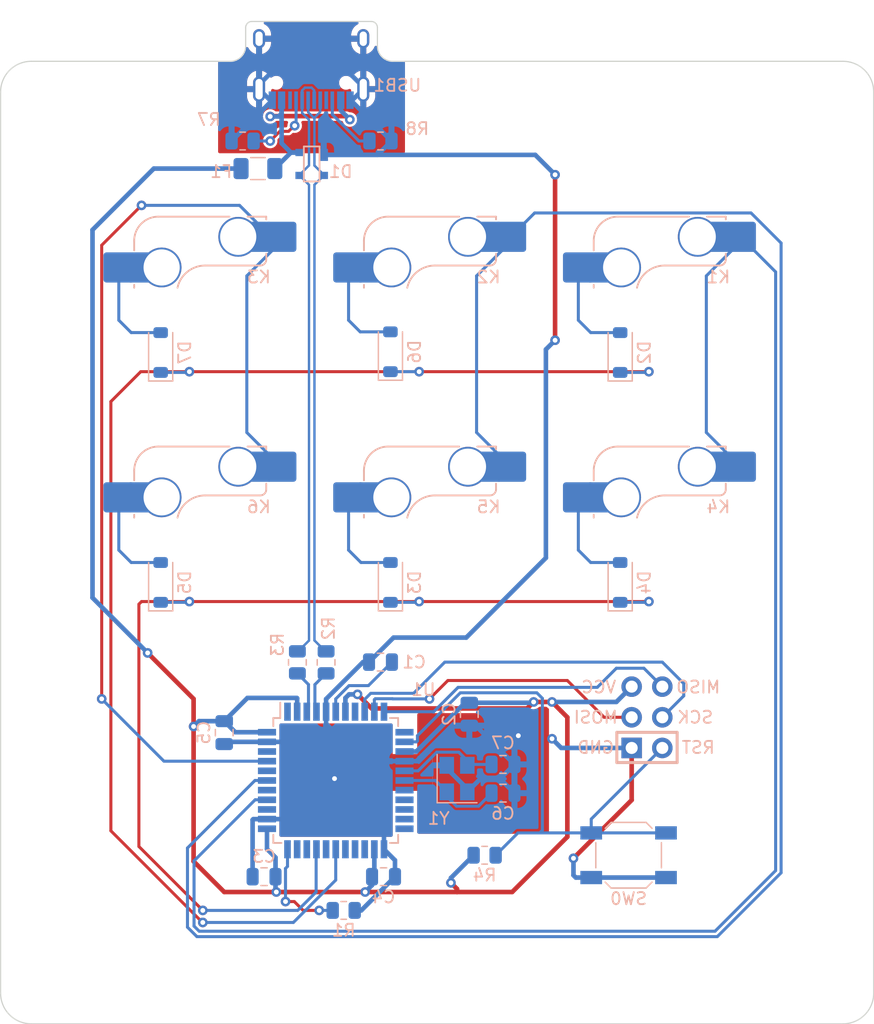
<source format=kicad_pcb>
(kicad_pcb (version 20221018) (generator pcbnew)
  (layers (0 "F.Cu" signal) (31 "B.Cu" signal) (34 "B.Paste" user) (35 "F.Paste" user) (36 "B.SilkS" user "B.Silkscreen") (37 "F.SilkS" user "F.Silkscreen") (38 "B.Mask" user) (39 "F.Mask" user) (44 "Edge.Cuts" user))
  (net 0 "")
  (net 1 "GND")
  (net 2 "Net-(U1-UCAP)")
  (net 3 "+5V")
  (net 4 "XTAL1")
  (net 5 "XTAL2")
  (net 6 "VCC")
  (net 7 "ROW0")
  (net 8 "Net-(D2-A)")
  (net 9 "ROW1")
  (net 10 "Net-(D3-A)")
  (net 11 "Net-(D4-A)")
  (net 12 "Net-(D5-A)")
  (net 13 "Net-(D6-A)")
  (net 14 "Net-(D7-A)")
  (net 15 "MISO")
  (net 16 "SCK")
  (net 17 "MOSI")
  (net 18 "RESET")
  (net 19 "Net-(U1-~{HWB}{slash}PE2)")
  (net 20 "D+")
  (net 21 "Net-(U1-D+)")
  (net 22 "D-")
  (net 23 "Net-(U1-D-)")
  (net 24 "Net-(USB1-CC1)")
  (net 25 "Net-(USB1-CC2)")
  (net 26 "COL0")
  (net 27 "COL1")
  (net 28 "COL2")
  (footprint "marbastlib-mx:SW_MX_HS_1u" (layer "B.Cu") (at 145.1775 97.0925 180)
    (fp_text reference "K5")
    (fp_text value "SW_Push")
  )
  (footprint "Diode_SMD:D_SOD-123" (layer "B.Cu") (at 122.2375 101.6 90)
    (fp_text reference "D5")
    (fp_text value "D")
  )
  (footprint "marbastlib-mx:SW_MX_HS_1u" (layer "B.Cu") (at 145.1775 78.0425 180)
    (fp_text reference "K2")
    (fp_text value "SW_Push")
  )
  (footprint "Diode_SMD:D_SOD-123" (layer "B.Cu") (at 160.3375 82.55 90)
    (fp_text reference "D2")
    (fp_text value "D")
  )
  (footprint "Diode_SMD:D_SOD-123" (layer "B.Cu") (at 141.2875 82.4875 90)
    (fp_text reference "D6")
    (fp_text value "D")
  )
  (footprint "Resistor_SMD:R_0805_2012Metric" (layer "B.Cu") (at 129.032 65.024 180)
    (fp_text reference "R7")
    (fp_text value "5.1k")
  )
  (footprint "marbastlib-mx:SW_MX_HS_1u" (layer "B.Cu") (at 126.1275 78.0425 180)
    (fp_text reference "K3")
    (fp_text value "SW_Push")
  )
  (footprint "Diode_SMD:D_SOD-123" (layer "B.Cu") (at 160.3375 101.6 90)
    (fp_text reference "D4")
    (fp_text value "D")
  )
  (footprint "random-keyboard-parts:Reset_Pretty-Mask" (layer "B.Cu") (at 162.56 112.776 180)
    (fp_text reference "J1")
    (fp_text value "AVR-ISP-6")
  )
  (footprint "Package_QFP:TQFP-44_10x10mm_P0.8mm" (layer "B.Cu") (at 136.7536 118.012337 -90)
    (fp_text reference "U1")
    (fp_text value "ATmega32U4-A")
  )
  (footprint "marbastlib-mx:SW_MX_HS_1u" (layer "B.Cu") (at 126.1275 97.0925 180)
    (fp_text reference "K6")
    (fp_text value "SW_Push")
  )
  (footprint "Button_Switch_SMD:SW_SPST_SKQG_WithStem" (layer "B.Cu") (at 161.036 124.206)
    (fp_text reference "SW0")
    (fp_text value "RESET")
  )
  (footprint "Resistor_SMD:R_0805_2012Metric" (layer "B.Cu") (at 149.098 124.206)
    (fp_text reference "R4")
    (fp_text value "10k")
  )
  (footprint "Type-C:HRO-TYPE-C-31-M-12" (layer "B.Cu") (at 134.716 53.948)
    (fp_text reference "USB1")
    (fp_text value "HRO-TYPE-C-31-M-12")
  )
  (footprint "Diode_SMD:D_SOD-123" (layer "B.Cu") (at 141.2875 101.6 90)
    (fp_text reference "D3")
    (fp_text value "D")
  )
  (footprint "Diode_SMD:D_SOD-123" (layer "B.Cu") (at 122.2375 82.55 90)
    (fp_text reference "D7")
    (fp_text value "D")
  )
  (footprint "Resistor_SMD:R_0805_2012Metric" (layer "B.Cu") (at 140.462 65.024)
    (fp_text reference "R8")
    (fp_text value "5.1k")
  )
  (footprint "Capacitor_SMD:C_0805_2012Metric" (layer "B.Cu") (at 147.828 112.522 -90)
    (fp_text reference "C2")
    (fp_text value "0.1u")
  )
  (footprint "Capacitor_SMD:C_0805_2012Metric" (layer "B.Cu") (at 140.462 108.204)
    (fp_text reference "C1")
    (fp_text value "1u")
  )
  (footprint "Resistor_SMD:R_0805_2012Metric" (layer "B.Cu") (at 137.414 128.778)
    (fp_text reference "R1")
    (fp_text value "10k")
  )
  (footprint "marbastlib-mx:SW_MX_HS_1u" (layer "B.Cu") (at 164.2275 97.0925 180)
    (fp_text reference "K4")
    (fp_text value "SW_Push")
  )
  (footprint "marbastlib-mx:SW_MX_HS_1u" (layer "B.Cu") (at 164.2275 78.0425 180)
    (fp_text reference "K1")
    (fp_text value "SW_Push")
  )
  (footprint "Capacitor_SMD:C_0805_2012Metric" (layer "B.Cu") (at 150.622 119.0625)
    (fp_text reference "C6")
    (fp_text value "22p")
  )
  (footprint "Capacitor_SMD:C_0805_2012Metric" (layer "B.Cu") (at 130.81 125.984 180)
    (fp_text reference "C3")
    (fp_text value "0.1u")
  )
  (footprint "Resistor_SMD:R_0805_2012Metric" (layer "B.Cu") (at 135.9538 108.224837 -90)
    (fp_text reference "R2")
    (fp_text value "22")
  )
  (footprint "random-keyboard-parts:SOT143B" (layer "B.Cu") (at 134.76 66.926587 180)
    (fp_text reference "D1")
    (fp_text value "PRTR5V0U2X")
  )
  (footprint "Capacitor_SMD:C_0805_2012Metric" (layer "B.Cu") (at 127.508 114.046 -90)
    (fp_text reference "C5")
    (fp_text value "10u")
  )
  (footprint "Fuse:Fuse_1206_3216Metric" (layer "B.Cu") (at 130.302 67.31 180)
    (fp_text reference "F1")
    (fp_text value "500m")
  )
  (footprint "Crystal:Crystal_SMD_3225-4Pin_3.2x2.5mm" (layer "B.Cu") (at 146.812 117.856 90)
    (fp_text reference "Y1")
    (fp_text value "XTAL")
  )
  (footprint "Capacitor_SMD:C_0805_2012Metric" (layer "B.Cu") (at 140.716 125.984)
    (fp_text reference "C4")
    (fp_text value "0.1u")
  )
  (footprint "Capacitor_SMD:C_0805_2012Metric" (layer "B.Cu") (at 150.622 116.68125)
    (fp_text reference "C7")
    (fp_text value "22p")
  )
  (footprint "Resistor_SMD:R_0805_2012Metric" (layer "B.Cu") (at 133.57255 108.224837 -90)
    (fp_text reference "R3")
    (fp_text value "22")
  )
  (gr_arc (start 141.478 58.42) (mid 140.579974 58.048026) (end 140.208 57.15) (stroke (width 0.1)) (layer "Edge.Cuts"))
  (gr_line (start 140.208 57.15) (end 140.208 55.626) (stroke (width 0.1)) (layer "Edge.Cuts"))
  (gr_line (start 139.7 55.118) (end 129.794 55.118) (stroke (width 0.1)) (layer "Edge.Cuts"))
  (gr_line (start 128.016 58.42) (end 111.506 58.42) (stroke (width 0.1)) (layer "Edge.Cuts"))
  (gr_line (start 181.356 135.636) (end 181.356 60.96) (stroke (width 0.1)) (layer "Edge.Cuts"))
  (gr_arc (start 108.966 60.96) (mid 109.709949 59.163949) (end 111.506 58.42) (stroke (width 0.1)) (layer "Edge.Cuts"))
  (gr_arc (start 181.356 135.636) (mid 180.612051 137.432051) (end 178.816 138.176) (stroke (width 0.1)) (layer "Edge.Cuts"))
  (gr_arc (start 129.286 57.15) (mid 128.914026 58.048026) (end 128.016 58.42) (stroke (width 0.1)) (layer "Edge.Cuts"))
  (gr_line (start 129.286 55.626) (end 129.286 57.15) (stroke (width 0.1)) (layer "Edge.Cuts"))
  (gr_line (start 108.966 60.96) (end 108.966 135.636) (stroke (width 0.1)) (layer "Edge.Cuts"))
  (gr_arc (start 178.816 58.42) (mid 180.612051 59.163949) (end 181.356 60.96) (stroke (width 0.1)) (layer "Edge.Cuts"))
  (gr_line (start 111.506 138.176) (end 178.816 138.176) (stroke (width 0.1)) (layer "Edge.Cuts"))
  (gr_arc (start 129.286 55.626) (mid 129.43479 55.26679) (end 129.794 55.118) (stroke (width 0.1)) (layer "Edge.Cuts"))
  (gr_line (start 178.816 58.42) (end 141.478 58.42) (stroke (width 0.1)) (layer "Edge.Cuts"))
  (gr_arc (start 139.7 55.118) (mid 140.05921 55.26679) (end 140.208 55.626) (stroke (width 0.1)) (layer "Edge.Cuts"))
  (gr_arc (start 111.506 138.176) (mid 109.709949 137.432051) (end 108.966 135.636) (stroke (width 0.1)) (layer "Edge.Cuts"))
  (segment (start 152.146 114.554) (end 151.892 114.3) (width 0.381) (layer "F.Cu") (net 1))
  (segment (start 154.686 114.554) (end 152.146 114.554) (width 0.381) (layer "F.Cu") (net 1))
  (segment (start 154.94 67.818) (end 154.94 81.534) (width 0.381) (layer "F.Cu") (net 1))
  (segment (start 161.29 119.634) (end 161.29 115.316) (width 0.381) (layer "F.Cu") (net 1))
  (segment (start 156.464 124.46) (end 161.29 119.634) (width 0.381) (layer "F.Cu") (net 1))
  (via (at 151.892 114.3) (size 0.8) (drill 0.4) (layers "F.Cu" "B.Cu") (net 1))
  (via (at 156.464 124.46) (size 0.8) (drill 0.4) (layers "F.Cu" "B.Cu") (net 1))
  (via (at 136.652 117.856) (size 0.8) (drill 0.4) (layers "F.Cu" "B.Cu") (net 1))
  (via (at 154.94 67.818) (size 0.8) (drill 0.4) (layers "F.Cu" "B.Cu") (net 1))
  (via (at 154.94 81.534) (size 0.8) (drill 0.4) (layers "F.Cu" "B.Cu") (net 1))
  (via (at 154.686 114.554) (size 0.8) (drill 0.4) (layers "F.Cu" "B.Cu") (net 1))
  (segment (start 137.941 61.643) (end 137.9935 61.643) (width 0.381) (layer "B.Cu") (net 1))
  (segment (start 141.478 62.738) (end 141.3745 62.8415) (width 0.381) (layer "B.Cu") (net 1))
  (segment (start 147.574 106.172) (end 141.544 106.172) (width 0.381) (layer "B.Cu") (net 1))
  (segment (start 145.962 117.006) (end 147.662 118.706) (width 0.381) (layer "B.Cu") (net 1))
  (segment (start 139.036 60.54542) (end 139.036 60.728) (width 0.381) (layer "B.Cu") (net 1))
  (segment (start 154.178 82.296) (end 154.178 99.568) (width 0.381) (layer "B.Cu") (net 1))
  (segment (start 157.936 126.056) (end 156.655 126.056) (width 0.381) (layer "B.Cu") (net 1))
  (segment (start 139.036 60.728) (end 139.214 60.728) (width 0.381) (layer "B.Cu") (net 1))
  (segment (start 135.9536 113.318337) (end 135.9536 112.312337) (width 0.381) (layer "B.Cu") (net 1))
  (segment (start 139.012 108.204) (end 135.9536 111.2624) (width 0.381) (layer "B.Cu") (net 1))
  (segment (start 153.298587 66.176587) (end 154.94 67.818) (width 0.381) (layer "B.Cu") (net 1))
  (segment (start 151.892 114.3) (end 149.86 114.3) (width 0.381) (layer "B.Cu") (net 1))
  (segment (start 141.3745 62.8415) (end 141.3745 65.024) (width 0.381) (layer "B.Cu") (net 1))
  (segment (start 155.448 115.316) (end 154.686 114.554) (width 0.381) (layer "B.Cu") (net 1))
  (segment (start 145.962 116.756) (end 145.962 117.006) (width 0.381) (layer "B.Cu") (net 1))
  (segment (start 137.4476 115.062) (end 137.4476 115.949337) (width 0.381) (layer "B.Cu") (net 1))
  (segment (start 143.4596 116.412337) (end 142.4536 116.412337) (width 0.381) (layer "B.Cu") (net 1))
  (segment (start 129.9226 121.212337) (end 131.0536 121.212337) (width 0.381) (layer "B.Cu") (net 1))
  (segment (start 139.036 60.728) (end 139.036 60.178) (width 0.381) (layer "B.Cu") (net 1))
  (segment (start 137.4476 114.812337) (end 131.0536 114.812337) (width 0.381) (layer "B.Cu") (net 1))
  (segment (start 139.512 108.204) (end 139.012 108.204) (width 0.381) (layer "B.Cu") (net 1))
  (segment (start 130.396 60.728) (end 130.396 60.358) (width 0.381) (layer "B.Cu") (net 1))
  (segment (start 141.666 124.624737) (end 140.7536 123.712337) (width 0.381) (layer "B.Cu") (net 1))
  (segment (start 154.94 81.534) (end 154.178 82.296) (width 0.381) (layer "B.Cu") (net 1))
  (segment (start 147.828 113.472) (end 148.36275 113.472) (width 0.381) (layer "B.Cu") (net 1))
  (segment (start 140.7536 122.581337) (end 140.7536 123.712337) (width 0.381) (layer "B.Cu") (net 1))
  (segment (start 131.491 61.643) (end 131.491 61.6525) (width 0.381) (layer "B.Cu") (net 1))
  (segment (start 137.9935 61.643) (end 141.3745 65.024) (width 0.381) (layer "B.Cu") (net 1))
  (segment (start 141.544 106.172) (end 139.512 108.204) (width 0.381) (layer "B.Cu") (net 1))
  (segment (start 142.4536 116.412337) (end 139.0476 116.412337) (width 0.381) (layer "B.Cu") (net 1))
  (segment (start 151.572 119.0625) (end 150.4565 117.947) (width 0.381) (layer "B.Cu") (net 1))
  (segment (start 146.399937 113.472) (end 143.4596 116.412337) (width 0.381) (layer "B.Cu") (net 1))
  (segment (start 138.121 61.643) (end 139.036 60.728) (width 0.381) (layer "B.Cu") (net 1))
  (segment (start 141.046 62.738) (end 141.478 62.738) (width 0.381) (layer "B.Cu") (net 1))
  (segment (start 127.691663 114.812337) (end 131.0536 114.812337) (width 0.381) (layer "B.Cu") (net 1))
  (segment (start 164.136 126.056) (end 157.936 126.056) (width 0.381) (layer "B.Cu") (net 1))
  (segment (start 138.872 128.778) (end 138.3265 128.778) (width 0.381) (layer "B.Cu") (net 1))
  (segment (start 137.4476 114.812337) (end 137.4476 115.062) (width 0.381) (layer "B.Cu") (net 1))
  (segment (start 130.396 60.358) (end 131.3215 59.4325) (width 0.381) (layer "B.Cu") (net 1))
  (segment (start 137.4476 115.949337) (end 132.1846 121.212337) (width 0.381) (layer "B.Cu") (net 1))
  (segment (start 131.491 61.643) (end 131.311 61.643) (width 0.381) (layer "B.Cu") (net 1))
  (segment (start 131.311 61.643) (end 130.396 60.728) (width 0.381) (layer "B.Cu") (net 1))
  (segment (start 128.016 63.108) (end 128.016 63.5) (width 0.381) (layer "B.Cu") (net 1))
  (segment (start 129.86 125.984) (end 129.86 121.274937) (width 0.381) (layer "B.Cu") (net 1))
  (segment (start 130.396 60.728) (end 130.576 60.728) (width 0.381) (layer "B.Cu") (net 1))
  (segment (start 139.0476 116.412337) (end 137.4476 114.812337) (width 0.381) (layer "B.Cu") (net 1))
  (segment (start 137.4476 119.275337) (end 140.7536 122.581337) (width 0.381) (layer "B.Cu") (net 1))
  (segment (start 135.9536 111.2624) (end 135.9536 112.312337) (width 0.381) (layer "B.Cu") (net 1))
  (segment (start 128.1195 63.6035) (end 128.1195 65.024) (width 0.381) (layer "B.Cu") (net 1))
  (segment (start 141.666 125.984) (end 138.872 128.778) (width 0.381) (layer "B.Cu") (net 1))
  (segment (start 137.4476 115.062) (end 137.4476 119.275337) (width 0.381) (layer "B.Cu") (net 1))
  (segment (start 140.221913 66.176587) (end 141.3745 65.024) (width 0.381) (layer "B.Cu") (net 1))
  (segment (start 127.508 114.996) (end 127.691663 114.812337) (width 0.381) (layer "B.Cu") (net 1))
  (segment (start 139.036 56.548) (end 130.396 56.548) (width 0.381) (layer "B.Cu") (net 1))
  (segment (start 150.30625 117.947) (end 148.671 117.947) (width 0.381) (layer "B.Cu") (net 1))
  (segment (start 137.92308 59.4325) (end 139.036 60.54542) (width 0.381) (layer "B.Cu") (net 1))
  (segment (start 150.4565 117.947) (end 150.30625 117.947) (width 0.381) (layer "B.Cu") (net 1))
  (segment (start 149.86 114.3) (end 149.525375 114.634625) (width 0.381) (layer "B.Cu") (net 1))
  (segment (start 149.525375 114.634625) (end 151.572 116.68125) (width 0.381) (layer "B.Cu") (net 1))
  (segment (start 135.76 66.176587) (end 140.221913 66.176587) (width 0.381) (layer "B.Cu") (net 1))
  (segment (start 139.0476 116.412337) (end 135.9536 113.318337) (width 0.381) (layer "B.Cu") (net 1))
  (segment (start 137.941 61.643) (end 138.121 61.643) (width 0.381) (layer "B.Cu") (net 1))
  (segment (start 130.396 56.548) (end 130.396 60.728) (width 0.381) (layer "B.Cu") (net 1))
  (segment (start 135.76 66.176587) (end 153.298587 66.176587) (width 0.381) (layer "B.Cu") (net 1))
  (segment (start 148.36275 113.472) (end 149.525375 114.634625) (width 0.381) (layer "B.Cu") (net 1))
  (segment (start 147.828 113.472) (end 146.399937 113.472) (width 0.381) (layer "B.Cu") (net 1))
  (segment (start 151.572 116.68125) (end 150.30625 117.947) (width 0.381) (layer "B.Cu") (net 1))
  (segment (start 154.178 99.568) (end 147.574 106.172) (width 0.381) (layer "B.Cu") (net 1))
  (segment (start 131.491 61.6525) (end 128.1195 65.024) (width 0.381) (layer "B.Cu") (net 1))
  (segment (start 128.016 63.5) (end 128.1195 63.6035) (width 0.381) (layer "B.Cu") (net 1))
  (segment (start 147.662 118.706) (end 147.662 118.956) (width 0.381) (layer "B.Cu") (net 1))
  (segment (start 156.655 126.056) (end 156.464 125.865) (width 0.381) (layer "B.Cu") (net 1))
  (segment (start 161.29 115.316) (end 155.448 115.316) (width 0.381) (layer "B.Cu") (net 1))
  (segment (start 156.464 125.865) (end 156.464 124.46) (width 0.381) (layer "B.Cu") (net 1))
  (segment (start 132.1846 121.212337) (end 131.0536 121.212337) (width 0.381) (layer "B.Cu") (net 1))
  (segment (start 131.3215 59.4325) (end 137.92308 59.4325) (width 0.381) (layer "B.Cu") (net 1))
  (segment (start 139.036 56.548) (end 139.036 60.728) (width 0.381) (layer "B.Cu") (net 1))
  (segment (start 141.666 125.984) (end 141.666 124.624737) (width 0.381) (layer "B.Cu") (net 1))
  (segment (start 148.671 117.947) (end 147.662 118.956) (width 0.381) (layer "B.Cu") (net 1))
  (segment (start 129.86 121.274937) (end 129.9226 121.212337) (width 0.381) (layer "B.Cu") (net 1))
  (segment (start 137.85444 110.15147) (end 136.7536 111.252309) (width 0.25) (layer "B.Cu") (net 2))
  (segment (start 136.7536 111.252309) (end 136.7536 112.312337) (width 0.25) (layer "B.Cu") (net 2))
  (segment (start 141.412 108.204) (end 139.46453 110.15147) (width 0.25) (layer "B.Cu") (net 2))
  (segment (start 139.46453 110.15147) (end 137.85444 110.15147) (width 0.25) (layer "B.Cu") (net 2))
  (segment (start 155.448 112.268) (end 154.686 111.506) (width 0.381) (layer "F.Cu") (net 3))
  (segment (start 155.956 122.682) (end 155.956 112.776) (width 0.381) (layer "F.Cu") (net 3))
  (segment (start 131.826 127.254) (end 139.192 127.254) (width 0.381) (layer "F.Cu") (net 3))
  (segment (start 139.725018 112.0425) (end 152.6255 112.0425) (width 0.381) (layer "F.Cu") (net 3))
  (segment (start 152.6255 112.0425) (end 153.162 111.506) (width 0.381) (layer "F.Cu") (net 3))
  (segment (start 124.968 124.714) (end 127.508 127.254) (width 0.381) (layer "F.Cu") (net 3))
  (segment (start 124.968 111.252) (end 124.968 113.538) (width 0.381) (layer "F.Cu") (net 3))
  (segment (start 146.812 127.254) (end 151.384 127.254) (width 0.381) (layer "F.Cu") (net 3))
  (segment (start 146.812 127) (end 146.304 126.492) (width 0.381) (layer "F.Cu") (net 3))
  (segment (start 139.192 127.254) (end 146.812 127.254) (width 0.381) (layer "F.Cu") (net 3))
  (segment (start 146.812 127.254) (end 146.812 127) (width 0.381) (layer "F.Cu") (net 3))
  (segment (start 155.956 112.776) (end 155.448 112.268) (width 0.381) (layer "F.Cu") (net 3))
  (segment (start 138.558988 110.87647) (end 139.725018 112.0425) (width 0.381) (layer "F.Cu") (net 3))
  (segment (start 121.158 107.442) (end 124.968 111.252) (width 0.381) (layer "F.Cu") (net 3))
  (segment (start 124.968 113.538) (end 124.968 124.714) (width 0.381) (layer "F.Cu") (net 3))
  (segment (start 127.508 127.254) (end 131.826 127.254) (width 0.381) (layer "F.Cu") (net 3))
  (segment (start 151.384 127.254) (end 155.956 122.682) (width 0.381) (layer "F.Cu") (net 3))
  (segment (start 154.686 111.506) (end 153.162 111.506) (width 0.381) (layer "F.Cu") (net 3))
  (via (at 139.192 127.254) (size 0.8) (drill 0.4) (layers "F.Cu" "B.Cu") (net 3))
  (via (at 153.162 111.506) (size 0.8) (drill 0.4) (layers "F.Cu" "B.Cu") (net 3))
  (via (at 154.686 111.506) (size 0.8) (drill 0.4) (layers "F.Cu" "B.Cu") (net 3))
  (via (at 138.558988 110.87647) (size 0.8) (drill 0.4) (layers "F.Cu" "B.Cu") (net 3))
  (via (at 124.968 113.538) (size 0.8) (drill 0.4) (layers "F.Cu" "B.Cu") (net 3))
  (via (at 121.158 107.442) (size 0.8) (drill 0.4) (layers "F.Cu" "B.Cu") (net 3))
  (via (at 146.304 126.492) (size 0.8) (drill 0.4) (layers "F.Cu" "B.Cu") (net 3))
  (via (at 131.826 127.254) (size 0.8) (drill 0.4) (layers "F.Cu" "B.Cu") (net 3))
  (segment (start 131.0536 122.012337) (end 131.0536 123.6876) (width 0.381) (layer "B.Cu") (net 3))
  (segment (start 133.5536 111.2016) (end 133.5536 112.312337) (width 0.381) (layer "B.Cu") (net 3))
  (segment (start 127.508 113.096) (end 125.41 113.096) (width 0.381) (layer "B.Cu") (net 3))
  (segment (start 161.29 110.236) (end 160.02 111.506) (width 0.381) (layer "B.Cu") (net 3))
  (segment (start 131.0536 114.012337) (end 128.424337 114.012337) (width 0.381) (layer "B.Cu") (net 3))
  (segment (start 143.437942 115.612337) (end 142.4536 115.612337) (width 0.381) (layer "B.Cu") (net 3))
  (segment (start 131.76 125.984) (end 131.76 127.188) (width 0.381) (layer "B.Cu") (net 3))
  (segment (start 131.76 127.188) (end 131.826 127.254) (width 0.381) (layer "B.Cu") (net 3))
  (segment (start 137.5536 111.181337) (end 137.858467 110.87647) (width 0.381) (layer "B.Cu") (net 3))
  (segment (start 139.766 125.984) (end 139.766 126.68) (width 0.381) (layer "B.Cu") (net 3))
  (segment (start 147.828 111.572) (end 147.478279 111.572) (width 0.381) (layer "B.Cu") (net 3))
  (segment (start 125.41 113.096) (end 124.968 113.538) (width 0.381) (layer "B.Cu") (net 3))
  (segment (start 131.0536 123.6876) (end 131.76 124.394) (width 0.381) (layer "B.Cu") (net 3))
  (segment (start 146.304 126.0875) (end 148.1855 124.206) (width 0.381) (layer "B.Cu") (net 3))
  (segment (start 129.432163 111.171837) (end 133.523837 111.171837) (width 0.381) (layer "B.Cu") (net 3))
  (segment (start 137.5536 112.312337) (end 137.5536 111.181337) (width 0.381) (layer "B.Cu") (net 3))
  (segment (start 139.766 126.68) (end 139.192 127.254) (width 0.381) (layer "B.Cu") (net 3))
  (segment (start 116.586 102.87) (end 119.888 106.172) (width 0.381) (layer "B.Cu") (net 3))
  (segment (start 121.666 67.31) (end 116.586 72.39) (width 0.381) (layer "B.Cu") (net 3))
  (segment (start 116.586 72.39) (end 116.586 102.87) (width 0.381) (layer "B.Cu") (net 3))
  (segment (start 146.304 126.492) (end 146.304 126.0875) (width 0.381) (layer "B.Cu") (net 3))
  (segment (start 153.162 111.506) (end 153.096 111.572) (width 0.381) (layer "B.Cu") (net 3))
  (segment (start 139.766 125.984) (end 139.9536 125.7964) (width 0.381) (layer "B.Cu") (net 3))
  (segment (start 131.76 124.394) (end 131.76 125.984) (width 0.381) (layer "B.Cu") (net 3))
  (segment (start 128.902 67.31) (end 121.666 67.31) (width 0.381) (layer "B.Cu") (net 3))
  (segment (start 119.888 106.172) (end 121.158 107.442) (width 0.381) (layer "B.Cu") (net 3))
  (segment (start 137.858467 110.87647) (end 138.558988 110.87647) (width 0.381) (layer "B.Cu") (net 3))
  (segment (start 139.9536 125.7964) (end 139.9536 123.712337) (width 0.381) (layer "B.Cu") (net 3))
  (segment (start 147.478279 111.572) (end 143.437942 115.612337) (width 0.381) (layer "B.Cu") (net 3))
  (segment (start 128.424337 114.012337) (end 127.508 113.096) (width 0.381) (layer "B.Cu") (net 3))
  (segment (start 133.523837 111.171837) (end 133.5536 111.2016) (width 0.381) (layer "B.Cu") (net 3))
  (segment (start 153.096 111.572) (end 147.828 111.572) (width 0.381) (layer "B.Cu") (net 3))
  (segment (start 127.508 113.096) (end 129.432163 111.171837) (width 0.381) (layer "B.Cu") (net 3))
  (segment (start 160.02 111.506) (end 154.686 111.506) (width 0.381) (layer "B.Cu") (net 3))
  (segment (start 146.767 120.142) (end 148.5925 120.142) (width 0.25) (layer "B.Cu") (net 4))
  (segment (start 142.4536 118.012337) (end 145.018337 118.012337) (width 0.25) (layer "B.Cu") (net 4))
  (segment (start 145.962 118.956) (end 145.962 119.337) (width 0.25) (layer "B.Cu") (net 4))
  (segment (start 145.962 119.337) (end 146.767 120.142) (width 0.25) (layer "B.Cu") (net 4))
  (segment (start 145.018337 118.012337) (end 145.962 118.956) (width 0.25) (layer "B.Cu") (net 4))
  (segment (start 148.5925 120.142) (end 149.672 119.0625) (width 0.25) (layer "B.Cu") (net 4))
  (segment (start 147.662 116.375) (end 146.9525 115.6655) (width 0.25) (layer "B.Cu") (net 5))
  (segment (start 149.672 116.68125) (end 147.73675 116.68125) (width 0.25) (layer "B.Cu") (net 5))
  (segment (start 147.662 116.756) (end 147.662 116.375) (width 0.25) (layer "B.Cu") (net 5))
  (segment (start 146.9525 115.6655) (end 145.131437 115.6655) (width 0.25) (layer "B.Cu") (net 5))
  (segment (start 143.5846 117.212337) (end 142.4536 117.212337) (width 0.25) (layer "B.Cu") (net 5))
  (segment (start 147.73675 116.68125) (end 147.662 116.756) (width 0.25) (layer "B.Cu") (net 5))
  (segment (start 145.131437 115.6655) (end 143.5846 117.212337) (width 0.25) (layer "B.Cu") (net 5))
  (segment (start 137.6395 62.9635) (end 131.3465 62.9635) (width 0.381) (layer "F.Cu") (net 6))
  (segment (start 137.922 63.246) (end 137.6395 62.9635) (width 0.381) (layer "F.Cu") (net 6))
  (segment (start 131.3465 62.9635) (end 131.318 62.992) (width 0.381) (layer "F.Cu") (net 6))
  (via (at 137.922 63.246) (size 0.8) (drill 0.4) (layers "F.Cu" "B.Cu") (net 6))
  (via (at 131.318 62.992) (size 0.8) (drill 0.4) (layers "F.Cu" "B.Cu") (net 6))
  (segment (start 137.166 61.643) (end 137.166 62.49) (width 0.381) (layer "B.Cu") (net 6))
  (segment (start 132.023 62.992) (end 132.266 62.749) (width 0.381) (layer "B.Cu") (net 6))
  (segment (start 132.266 62.749) (end 132.266 61.643) (width 0.381) (layer "B.Cu") (net 6))
  (segment (start 133.76 65.976587) (end 133.032587 65.976587) (width 0.381) (layer "B.Cu") (net 6))
  (segment (start 131.318 62.992) (end 132.023 62.992) (width 0.381) (layer "B.Cu") (net 6))
  (segment (start 133.76 65.976587) (end 133.035413 65.976587) (width 0.381) (layer "B.Cu") (net 6))
  (segment (start 133.032587 65.976587) (end 132.266 65.21) (width 0.381) (layer "B.Cu") (net 6))
  (segment (start 132.266 65.21) (end 132.266 61.643) (width 0.381) (layer "B.Cu") (net 6))
  (segment (start 133.035413 65.976587) (end 131.702 67.31) (width 0.381) (layer "B.Cu") (net 6))
  (segment (start 137.166 62.49) (end 137.922 63.246) (width 0.381) (layer "B.Cu") (net 6))
  (segment (start 125.704198 129.777503) (end 125.73 129.777503) (width 0.25) (layer "F.Cu") (net 7))
  (segment (start 118.11 122.183305) (end 125.704198 129.777503) (width 0.25) (layer "F.Cu") (net 7))
  (segment (start 121.44375 84.1375) (end 120.5865 84.1375) (width 0.25) (layer "F.Cu") (net 7))
  (segment (start 162.71875 84.1375) (end 143.66875 84.1375) (width 0.25) (layer "F.Cu") (net 7))
  (segment (start 143.66875 84.1375) (end 124.61875 84.1375) (width 0.25) (layer "F.Cu") (net 7))
  (segment (start 124.61875 84.1375) (end 121.44375 84.1375) (width 0.25) (layer "F.Cu") (net 7))
  (segment (start 118.11 86.614) (end 118.11 122.183305) (width 0.25) (layer "F.Cu") (net 7))
  (segment (start 120.5865 84.1375) (end 118.11 86.614) (width 0.25) (layer "F.Cu") (net 7))
  (via (at 125.73 129.777503) (size 0.8) (drill 0.4) (layers "F.Cu" "B.Cu") (net 7))
  (via (at 124.61875 84.1375) (size 0.8) (drill 0.4) (layers "F.Cu" "B.Cu") (net 7))
  (via (at 162.71875 84.1375) (size 0.8) (drill 0.4) (layers "F.Cu" "B.Cu") (net 7))
  (via (at 143.66875 84.1375) (size 0.8) (drill 0.4) (layers "F.Cu" "B.Cu") (net 7))
  (segment (start 124.55625 84.2) (end 124.61875 84.1375) (width 0.25) (layer "B.Cu") (net 7))
  (segment (start 160.3375 84.2) (end 162.65625 84.2) (width 0.25) (layer "B.Cu") (net 7))
  (segment (start 162.65625 84.2) (end 162.71875 84.1375) (width 0.25) (layer "B.Cu") (net 7))
  (segment (start 136.7536 126.264796) (end 136.7536 123.712337) (width 0.25) (layer "B.Cu") (net 7))
  (segment (start 122.2375 84.2) (end 124.55625 84.2) (width 0.25) (layer "B.Cu") (net 7))
  (segment (start 141.2875 84.1375) (end 143.66875 84.1375) (width 0.25) (layer "B.Cu") (net 7))
  (segment (start 125.73 129.777503) (end 133.240893 129.777503) (width 0.25) (layer "B.Cu") (net 7))
  (segment (start 133.240893 129.777503) (end 136.7536 126.264796) (width 0.25) (layer "B.Cu") (net 7))
  (segment (start 157.89375 80.9) (end 160.3375 80.9) (width 0.25) (layer "B.Cu") (net 8))
  (segment (start 156.8675 75.5025) (end 156.8675 79.87375) (width 0.25) (layer "B.Cu") (net 8))
  (segment (start 156.8675 79.87375) (end 157.89375 80.9) (width 0.25) (layer "B.Cu") (net 8))
  (segment (start 124.61875 103.1875) (end 120.65 103.1875) (width 0.25) (layer "F.Cu") (net 9))
  (segment (start 120.433 123.481) (end 125.73 128.778) (width 0.25) (layer "F.Cu") (net 9))
  (segment (start 120.433 103.4045) (end 120.433 123.481) (width 0.25) (layer "F.Cu") (net 9))
  (segment (start 162.71875 103.1875) (end 143.66875 103.1875) (width 0.25) (layer "F.Cu") (net 9))
  (segment (start 120.65 103.1875) (end 120.433 103.4045) (width 0.25) (layer "F.Cu") (net 9))
  (segment (start 143.66875 103.1875) (end 124.61875 103.1875) (width 0.25) (layer "F.Cu") (net 9))
  (via (at 162.71875 103.1875) (size 0.8) (drill 0.4) (layers "F.Cu" "B.Cu") (net 9))
  (via (at 143.66875 103.1875) (size 0.8) (drill 0.4) (layers "F.Cu" "B.Cu") (net 9))
  (via (at 125.73 128.778) (size 0.8) (drill 0.4) (layers "F.Cu" "B.Cu") (net 9))
  (via (at 124.61875 103.1875) (size 0.8) (drill 0.4) (layers "F.Cu" "B.Cu") (net 9))
  (segment (start 124.55625 103.25) (end 124.61875 103.1875) (width 0.25) (layer "B.Cu") (net 9))
  (segment (start 135.128 123.737937) (end 135.1536 123.712337) (width 0.25) (layer "B.Cu") (net 9))
  (segment (start 125.73 128.778) (end 133.604 128.778) (width 0.25) (layer "B.Cu") (net 9))
  (segment (start 122.2375 103.25) (end 124.55625 103.25) (width 0.25) (layer "B.Cu") (net 9))
  (segment (start 143.60625 103.25) (end 143.66875 103.1875) (width 0.25) (layer "B.Cu") (net 9))
  (segment (start 135.128 127.254) (end 135.128 123.737937) (width 0.25) (layer "B.Cu") (net 9))
  (segment (start 133.604 128.778) (end 135.128 127.254) (width 0.25) (layer "B.Cu") (net 9))
  (segment (start 162.65625 103.25) (end 162.71875 103.1875) (width 0.25) (layer "B.Cu") (net 9))
  (segment (start 141.2875 103.25) (end 143.60625 103.25) (width 0.25) (layer "B.Cu") (net 9))
  (segment (start 160.3375 103.25) (end 162.65625 103.25) (width 0.25) (layer "B.Cu") (net 9))
  (segment (start 138.84375 99.95) (end 141.2875 99.95) (width 0.25) (layer "B.Cu") (net 10))
  (segment (start 137.8175 94.5525) (end 137.8175 98.92375) (width 0.25) (layer "B.Cu") (net 10))
  (segment (start 137.8175 98.92375) (end 138.84375 99.95) (width 0.25) (layer "B.Cu") (net 10))
  (segment (start 156.8675 94.5525) (end 156.8675 98.92375) (width 0.25) (layer "B.Cu") (net 11))
  (segment (start 156.8675 98.92375) (end 157.89375 99.95) (width 0.25) (layer "B.Cu") (net 11))
  (segment (start 157.89375 99.95) (end 160.3375 99.95) (width 0.25) (layer "B.Cu") (net 11))
  (segment (start 119.79375 99.95) (end 122.2375 99.95) (width 0.25) (layer "B.Cu") (net 12))
  (segment (start 118.7675 94.5525) (end 118.7675 98.92375) (width 0.25) (layer "B.Cu") (net 12))
  (segment (start 118.7675 98.92375) (end 119.79375 99.95) (width 0.25) (layer "B.Cu") (net 12))
  (segment (start 137.8175 75.5025) (end 137.8175 79.87375) (width 0.25) (layer "B.Cu") (net 13))
  (segment (start 137.8175 79.87375) (end 138.78125 80.8375) (width 0.25) (layer "B.Cu") (net 13))
  (segment (start 138.78125 80.8375) (end 141.2875 80.8375) (width 0.25) (layer "B.Cu") (net 13))
  (segment (start 119.79375 80.9) (end 122.2375 80.9) (width 0.25) (layer "B.Cu") (net 14))
  (segment (start 118.7675 79.87375) (end 119.79375 80.9) (width 0.25) (layer "B.Cu") (net 14))
  (segment (start 118.7675 75.5025) (end 118.7675 79.87375) (width 0.25) (layer "B.Cu") (net 14))
  (segment (start 162.306 108.712) (end 160.02 108.712) (width 0.25) (layer "B.Cu") (net 15))
  (segment (start 158.435 110.297) (end 146.895204 110.297) (width 0.25) (layer "B.Cu") (net 15))
  (segment (start 144.824337 112.312337) (end 140.7536 112.312337) (width 0.25) (layer "B.Cu") (net 15))
  (segment (start 144.852102 112.340102) (end 144.824337 112.312337) (width 0.25) (layer "B.Cu") (net 15))
  (segment (start 160.02 108.712) (end 158.435 110.297) (width 0.25) (layer "B.Cu") (net 15))
  (segment (start 146.895204 110.297) (end 144.852102 112.340102) (width 0.25) (layer "B.Cu") (net 15))
  (segment (start 163.83 110.236) (end 162.306 108.712) (width 0.25) (layer "B.Cu") (net 15))
  (segment (start 163.83 108.204) (end 145.796 108.204) (width 0.25) (layer "B.Cu") (net 16))
  (segment (start 165.608 109.982) (end 163.83 108.204) (width 0.25) (layer "B.Cu") (net 16))
  (segment (start 163.83 112.776) (end 165.608 110.998) (width 0.25) (layer "B.Cu") (net 16))
  (segment (start 165.608 110.998) (end 165.608 109.982) (width 0.25) (layer "B.Cu") (net 16))
  (segment (start 143.212663 110.787337) (end 139.656663 110.787337) (width 0.25) (layer "B.Cu") (net 16))
  (segment (start 145.796 108.204) (end 143.212663 110.787337) (width 0.25) (layer "B.Cu") (net 16))
  (segment (start 139.656663 110.787337) (end 139.1536 111.2904) (width 0.25) (layer "B.Cu") (net 16))
  (segment (start 139.1536 111.2904) (end 139.1536 112.312337) (width 0.25) (layer "B.Cu") (net 16))
  (segment (start 155.956 109.728) (end 146.05 109.728) (width 0.25) (layer "F.Cu") (net 17))
  (segment (start 161.29 112.776) (end 159.004 112.776) (width 0.25) (layer "F.Cu") (net 17))
  (segment (start 159.004 112.776) (end 155.956 109.728) (width 0.25) (layer "F.Cu") (net 17))
  (segment (start 146.05 109.728) (end 144.526 111.252) (width 0.25) (layer "F.Cu") (net 17))
  (via (at 144.526 111.252) (size 0.8) (drill 0.4) (layers "F.Cu" "B.Cu") (net 17))
  (segment (start 144.526 111.252) (end 141.478 111.252) (width 0.25) (layer "B.Cu") (net 17))
  (segment (start 139.9536 111.312337) (end 139.9536 112.312337) (width 0.25) (layer "B.Cu") (net 17))
  (segment (start 140.0286 111.237337) (end 139.9536 111.312337) (width 0.25) (layer "B.Cu") (net 17))
  (segment (start 141.478 111.252) (end 141.463337 111.237337) (width 0.25) (layer "B.Cu") (net 17))
  (segment (start 141.463337 111.237337) (end 140.0286 111.237337) (width 0.25) (layer "B.Cu") (net 17))
  (segment (start 153.428305 110.747) (end 147.0816 110.747) (width 0.25) (layer "B.Cu") (net 18))
  (segment (start 143.5286 114.3) (end 143.5286 114.737337) (width 0.25) (layer "B.Cu") (net 18))
  (segment (start 147.0816 110.747) (end 143.5286 114.3) (width 0.25) (layer "B.Cu") (net 18))
  (segment (start 143.4536 114.812337) (end 142.4536 114.812337) (width 0.25) (layer "B.Cu") (net 18))
  (segment (start 153.67 122.356) (end 153.887 122.139) (width 0.25) (layer "B.Cu") (net 18))
  (segment (start 150.0105 124.206) (end 151.8605 122.356) (width 0.25) (layer "B.Cu") (net 18))
  (segment (start 157.936 121.21) (end 163.83 115.316) (width 0.25) (layer "B.Cu") (net 18))
  (segment (start 153.887 111.205695) (end 153.428305 110.747) (width 0.25) (layer "B.Cu") (net 18))
  (segment (start 153.887 122.139) (end 153.887 111.205695) (width 0.25) (layer "B.Cu") (net 18))
  (segment (start 151.8605 122.356) (end 153.67 122.356) (width 0.25) (layer "B.Cu") (net 18))
  (segment (start 157.936 122.356) (end 164.136 122.356) (width 0.25) (layer "B.Cu") (net 18))
  (segment (start 143.5286 114.737337) (end 143.4536 114.812337) (width 0.25) (layer "B.Cu") (net 18))
  (segment (start 157.936 122.356) (end 157.936 121.21) (width 0.25) (layer "B.Cu") (net 18))
  (segment (start 153.67 122.356) (end 157.936 122.356) (width 0.25) (layer "B.Cu") (net 18))
  (segment (start 135.382 128.778) (end 134.047906 128.778) (width 0.25) (layer "F.Cu") (net 19))
  (segment (start 134.047906 128.778) (end 133.313906 128.044) (width 0.25) (layer "F.Cu") (net 19))
  (segment (start 132.588 128.044) (end 133.313906 128.044) (width 0.25) (layer "F.Cu") (net 19))
  (via (at 132.588 128.044) (size 0.8) (drill 0.4) (layers "F.Cu" "B.Cu") (net 19))
  (via (at 135.382 128.778) (size 0.8) (drill 0.4) (layers "F.Cu" "B.Cu") (net 19))
  (segment (start 136.5015 128.778) (end 135.382 128.778) (width 0.25) (layer "B.Cu") (net 19))
  (segment (start 132.7536 125.1336) (end 132.7536 123.712337) (width 0.25) (layer "B.Cu") (net 19))
  (segment (start 132.7536 125.1336) (end 132.588 125.2992) (width 0.25) (layer "B.Cu") (net 19))
  (segment (start 132.588 125.2992) (end 132.588 128.044) (width 0.25) (layer "B.Cu") (net 19))
  (segment (start 134.466 61.643) (end 134.466 62.634397) (width 0.2) (layer "B.Cu") (net 20))
  (segment (start 134.988175 68.648412) (end 135.76 67.876587) (width 0.2) (layer "B.Cu") (net 20))
  (segment (start 134.98665 67.053237) (end 134.98665 63.155047) (width 0.2) (layer "B.Cu") (net 20))
  (segment (start 134.98665 63.155047) (end 134.94265 63.111047) (width 0.2) (layer "B.Cu") (net 20))
  (segment (start 135.76 67.826587) (end 134.98665 67.053237) (width 0.2) (layer "B.Cu") (net 20))
  (segment (start 135.894326 107.312337) (end 134.988175 106.406186) (width 0.2) (layer "B.Cu") (net 20))
  (segment (start 134.972953 63.111047) (end 134.94265 63.111047) (width 0.2) (layer "B.Cu") (net 20))
  (segment (start 134.466 62.634397) (end 134.94265 63.111047) (width 0.2) (layer "B.Cu") (net 20))
  (segment (start 135.466 61.643) (end 135.466 62.618) (width 0.2) (layer "B.Cu") (net 20))
  (segment (start 134.988175 106.406186) (end 134.988175 68.648412) (width 0.2) (layer "B.Cu") (net 20))
  (segment (start 135.76 67.876587) (end 135.76 67.826587) (width 0.2) (layer "B.Cu") (net 20))
  (segment (start 135.466 62.618) (end 134.972953 63.111047) (width 0.2) (layer "B.Cu") (net 20))
  (segment (start 135.0264 110.064737) (end 135.9538 109.137337) (width 0.25) (layer "B.Cu") (net 21))
  (segment (start 135.0264 112.185137) (end 135.0264 110.064737) (width 0.25) (layer "B.Cu") (net 21))
  (segment (start 135.1536 112.312337) (end 135.0264 112.185137) (width 0.25) (layer "B.Cu") (net 21))
  (segment (start 134.746 60.603) (end 134.196 60.603) (width 0.2) (layer "B.Cu") (net 22))
  (segment (start 133.76 67.826587) (end 134.53665 67.049937) (width 0.2) (layer "B.Cu") (net 22))
  (segment (start 134.538175 68.654762) (end 133.76 67.876587) (width 0.2) (layer "B.Cu") (net 22))
  (segment (start 133.966 62.700082) (end 133.966 61.643) (width 0.2) (layer "B.Cu") (net 22))
  (segment (start 134.966 61.643) (end 134.966 60.823) (width 0.2) (layer "B.Cu") (net 22))
  (segment (start 133.966 60.833) (end 133.966 61.643) (width 0.2) (layer "B.Cu") (net 22))
  (segment (start 133.76 67.876587) (end 133.76 67.826587) (width 0.2) (layer "B.Cu") (net 22))
  (segment (start 134.196 60.603) (end 133.966 60.833) (width 0.2) (layer "B.Cu") (net 22))
  (segment (start 134.53665 63.270732) (end 133.966 62.700082) (width 0.2) (layer "B.Cu") (net 22))
  (segment (start 134.53665 67.049937) (end 134.53665 63.270732) (width 0.2) (layer "B.Cu") (net 22))
  (segment (start 133.638074 107.312337) (end 134.538175 106.412236) (width 0.2) (layer "B.Cu") (net 22))
  (segment (start 134.966 60.823) (end 134.746 60.603) (width 0.2) (layer "B.Cu") (net 22))
  (segment (start 134.538175 106.412236) (end 134.538175 68.654762) (width 0.2) (layer "B.Cu") (net 22))
  (segment (start 134.3536 112.312337) (end 134.3536 112.05265) (width 0.25) (layer "B.Cu") (net 23))
  (segment (start 134.493 111.91325) (end 134.493 110.057787) (width 0.25) (layer "B.Cu") (net 23))
  (segment (start 134.3536 112.05265) (end 134.493 111.91325) (width 0.25) (layer "B.Cu") (net 23))
  (segment (start 134.493 110.057787) (end 133.57255 109.137337) (width 0.25) (layer "B.Cu") (net 23))
  (segment (start 132.842 64.224066) (end 132.117934 64.224066) (width 0.25) (layer "F.Cu") (net 24))
  (segment (start 133.312066 63.754) (end 132.842 64.224066) (width 0.25) (layer "F.Cu") (net 24))
  (segment (start 133.35 63.754) (end 133.312066 63.754) (width 0.25) (layer "F.Cu") (net 24))
  (segment (start 132.117934 64.224066) (end 131.318 65.024) (width 0.25) (layer "F.Cu") (net 24))
  (via (at 131.318 65.024) (size 0.8) (drill 0.4) (layers "F.Cu" "B.Cu") (net 24))
  (via (at 133.35 63.754) (size 0.8) (drill 0.4) (layers "F.Cu" "B.Cu") (net 24))
  (segment (start 133.466 61.643) (end 133.466 63.638) (width 0.25) (layer "B.Cu") (net 24))
  (segment (start 131.318 65.024) (end 129.9445 65.024) (width 0.25) (layer "B.Cu") (net 24))
  (segment (start 133.466 63.638) (end 133.35 63.754) (width 0.25) (layer "B.Cu") (net 24))
  (segment (start 138.674695 65.024) (end 139.5495 65.024) (width 0.25) (layer "B.Cu") (net 25))
  (segment (start 136.466 61.643) (end 136.466 62.815305) (width 0.25) (layer "B.Cu") (net 25))
  (segment (start 136.466 62.815305) (end 138.674695 65.024) (width 0.25) (layer "B.Cu") (net 25))
  (segment (start 125.005 130.077808) (end 125.005 124.677) (width 0.25) (layer "B.Cu") (net 26))
  (segment (start 167.48125 76.2) (end 167.48125 89.17625) (width 0.25) (layer "B.Cu") (net 26))
  (segment (start 170.3175 73.36375) (end 167.48125 76.2) (width 0.25) (layer "B.Cu") (net 26))
  (segment (start 173.228 75.873) (end 173.228 125.476) (width 0.25) (layer "B.Cu") (net 26))
  (segment (start 170.3175 72.9625) (end 170.3175 73.36375) (width 0.25) (layer "B.Cu") (net 26))
  (segment (start 125.429695 130.502503) (end 125.005 130.077808) (width 0.25) (layer "B.Cu") (net 26))
  (segment (start 170.3175 72.9625) (end 173.228 75.873) (width 0.25) (layer "B.Cu") (net 26))
  (segment (start 130.069663 119.612337) (end 131.0536 119.612337) (width 0.25) (layer "B.Cu") (net 26))
  (segment (start 168.201497 130.502503) (end 125.429695 130.502503) (width 0.25) (layer "B.Cu") (net 26))
  (segment (start 173.228 125.476) (end 168.201497 130.502503) (width 0.25) (layer "B.Cu") (net 26))
  (segment (start 125.005 124.677) (end 130.069663 119.612337) (width 0.25) (layer "B.Cu") (net 26))
  (segment (start 167.48125 89.17625) (end 170.3175 92.0125) (width 0.25) (layer "B.Cu") (net 26))
  (segment (start 124.46 130.169204) (end 124.46 123.605937) (width 0.25) (layer "B.Cu") (net 27))
  (segment (start 148.43125 89.17625) (end 151.2675 92.0125) (width 0.25) (layer "B.Cu") (net 27))
  (segment (start 173.678 73.4779) (end 173.678 125.662396) (width 0.25) (layer "B.Cu") (net 27))
  (segment (start 168.387893 130.952503) (end 125.243299 130.952503) (width 0.25) (layer "B.Cu") (net 27))
  (segment (start 151.2675 72.9625) (end 153.2425 70.9875) (width 0.25) (layer "B.Cu") (net 27))
  (segment (start 173.678 125.662396) (end 168.387893 130.952503) (width 0.25) (layer "B.Cu") (net 27))
  (segment (start 151.2675 73.36375) (end 148.43125 76.2) (width 0.25) (layer "B.Cu") (net 27))
  (segment (start 125.243299 130.952503) (end 124.46 130.169204) (width 0.25) (layer "B.Cu") (net 27))
  (segment (start 153.2425 70.9875) (end 171.1876 70.9875) (width 0.25) (layer "B.Cu") (net 27))
  (segment (start 151.2675 72.9625) (end 151.2675 73.36375) (width 0.25) (layer "B.Cu") (net 27))
  (segment (start 171.1876 70.9875) (end 173.678 73.4779) (width 0.25) (layer "B.Cu") (net 27))
  (segment (start 124.46 123.605937) (end 130.0536 118.012337) (width 0.25) (layer "B.Cu") (net 27))
  (segment (start 130.0536 118.012337) (end 131.0536 118.012337) (width 0.25) (layer "B.Cu") (net 27))
  (segment (start 148.43125 76.2) (end 148.43125 89.17625) (width 0.25) (layer "B.Cu") (net 27))
  (segment (start 120.65 70.358) (end 117.348 73.66) (width 0.25) (layer "F.Cu") (net 28))
  (segment (start 117.348 73.66) (end 117.348 111.252) (width 0.25) (layer "F.Cu") (net 28))
  (via (at 117.348 111.252) (size 0.8) (drill 0.4) (layers "F.Cu" "B.Cu") (net 28))
  (via (at 120.65 70.358) (size 0.8) (drill 0.4) (layers "F.Cu" "B.Cu") (net 28))
  (segment (start 132.2175 72.9625) (end 131.3825 72.9625) (width 0.25) (layer "B.Cu") (net 28))
  (segment (start 128.778 70.358) (end 120.65 70.358) (width 0.25) (layer "B.Cu") (net 28))
  (segment (start 122.508337 116.412337) (end 131.0536 116.412337) (width 0.25) (layer "B.Cu") (net 28))
  (segment (start 129.38125 76.2) (end 129.38125 89.17625) (width 0.25) (layer "B.Cu") (net 28))
  (segment (start 132.2175 72.9625) (end 132.2175 73.36375) (width 0.25) (layer "B.Cu") (net 28))
  (segment (start 117.348 111.252) (end 122.508337 116.412337) (width 0.25) (layer "B.Cu") (net 28))
  (segment (start 129.38125 89.17625) (end 132.2175 92.0125) (width 0.25) (layer "B.Cu") (net 28))
  (segment (start 132.2175 73.36375) (end 129.38125 76.2) (width 0.25) (layer "B.Cu") (net 28))
  (segment (start 131.3825 72.9625) (end 128.778 70.358) (width 0.25) (layer "B.Cu") (net 28))
  (zone (net 1) (net_name "GND") (layer "F.Cu") (priority 2) (connect_pads (clearance 0.1524)) (min_thickness 0.254) (fill yes (thermal_gap 0.5) (thermal_bridge_width 0.5))
    (polygon (pts (xy 140.716 118.872) (xy 144.78 118.872) (xy 144.78 115.824) (xy 140.716 115.824)))
  )
  (zone (net 1) (net_name "GND") (layers "F&B.Cu") (priority 3) (connect_pads (clearance 0.1524)) (min_thickness 0.254) (fill yes (thermal_gap 0.5) (thermal_bridge_width 0.5))
    (polygon (pts (xy 127 53.34) (xy 127 66.04) (xy 142.494 66.04) (xy 142.494 53.34)))
  )
  (zone (net 1) (net_name "GND") (layers "F&B.Cu") (priority 1) (connect_pads (clearance 0.1524)) (min_thickness 0.254) (fill yes (thermal_gap 0.5) (thermal_bridge_width 0.5))
    (polygon (pts (xy 141.478 113.284) (xy 141.478 122.682) (xy 132.08 122.682) (xy 132.08 113.284)))
  )
  (zone (net 1) (net_name "GND") (layers "F&B.Cu") (connect_pads (clearance 0.1524)) (min_thickness 0.254) (fill yes (thermal_gap 0.5) (thermal_bridge_width 0.5))
    (polygon (pts (xy 143.51 109.982) (xy 143.51 122.428) (xy 154.432 122.428) (xy 154.432 109.982)))
  )
)
</source>
